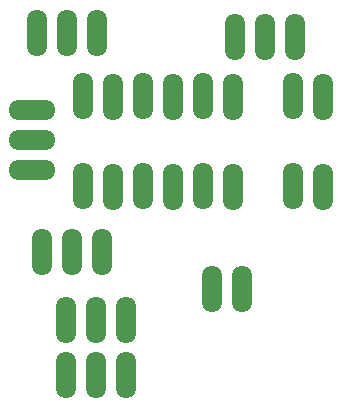
<source format=gbr>
%TF.GenerationSoftware,KiCad,Pcbnew,(6.0.7)*%
%TF.CreationDate,2023-04-28T16:32:50-04:00*%
%TF.ProjectId,Power Daughter Board v1,506f7765-7220-4446-9175-676874657220,rev?*%
%TF.SameCoordinates,Original*%
%TF.FileFunction,Soldermask,Bot*%
%TF.FilePolarity,Negative*%
%FSLAX46Y46*%
G04 Gerber Fmt 4.6, Leading zero omitted, Abs format (unit mm)*
G04 Created by KiCad (PCBNEW (6.0.7)) date 2023-04-28 16:32:50*
%MOMM*%
%LPD*%
G01*
G04 APERTURE LIST*
%ADD10O,1.700000X4.000000*%
%ADD11O,4.000000X1.700000*%
G04 APERTURE END LIST*
D10*
%TO.C,J4*%
X65930000Y-73920000D03*
X63390000Y-73920000D03*
X60850000Y-73920000D03*
%TD*%
%TO.C,K2*%
X82042000Y-60769500D03*
X74422000Y-60769500D03*
X69342000Y-60769500D03*
X64262000Y-60769500D03*
X64262000Y-68389500D03*
X69342000Y-68389500D03*
X74422000Y-68389500D03*
X82042000Y-68389500D03*
%TD*%
%TO.C,J7*%
X77750000Y-77100000D03*
X75210000Y-77100000D03*
%TD*%
%TO.C,J6*%
X77160000Y-55740000D03*
X79700000Y-55740000D03*
X82240000Y-55740000D03*
%TD*%
%TO.C,J2*%
X67935000Y-84330000D03*
X65395000Y-84330000D03*
X62855000Y-84330000D03*
%TD*%
%TO.C,J1*%
X67945000Y-79692500D03*
X65405000Y-79692500D03*
X62865000Y-79692500D03*
%TD*%
%TO.C,J5*%
X60445000Y-55410000D03*
X62985000Y-55410000D03*
X65525000Y-55410000D03*
%TD*%
%TO.C,K1*%
X84613000Y-60817000D03*
X76993000Y-60817000D03*
X71913000Y-60817000D03*
X66833000Y-60817000D03*
X66833000Y-68437000D03*
X71913000Y-68437000D03*
X76993000Y-68437000D03*
X84613000Y-68437000D03*
%TD*%
D11*
%TO.C,J3*%
X59960000Y-61895000D03*
X59960000Y-64435000D03*
X59960000Y-66975000D03*
%TD*%
M02*

</source>
